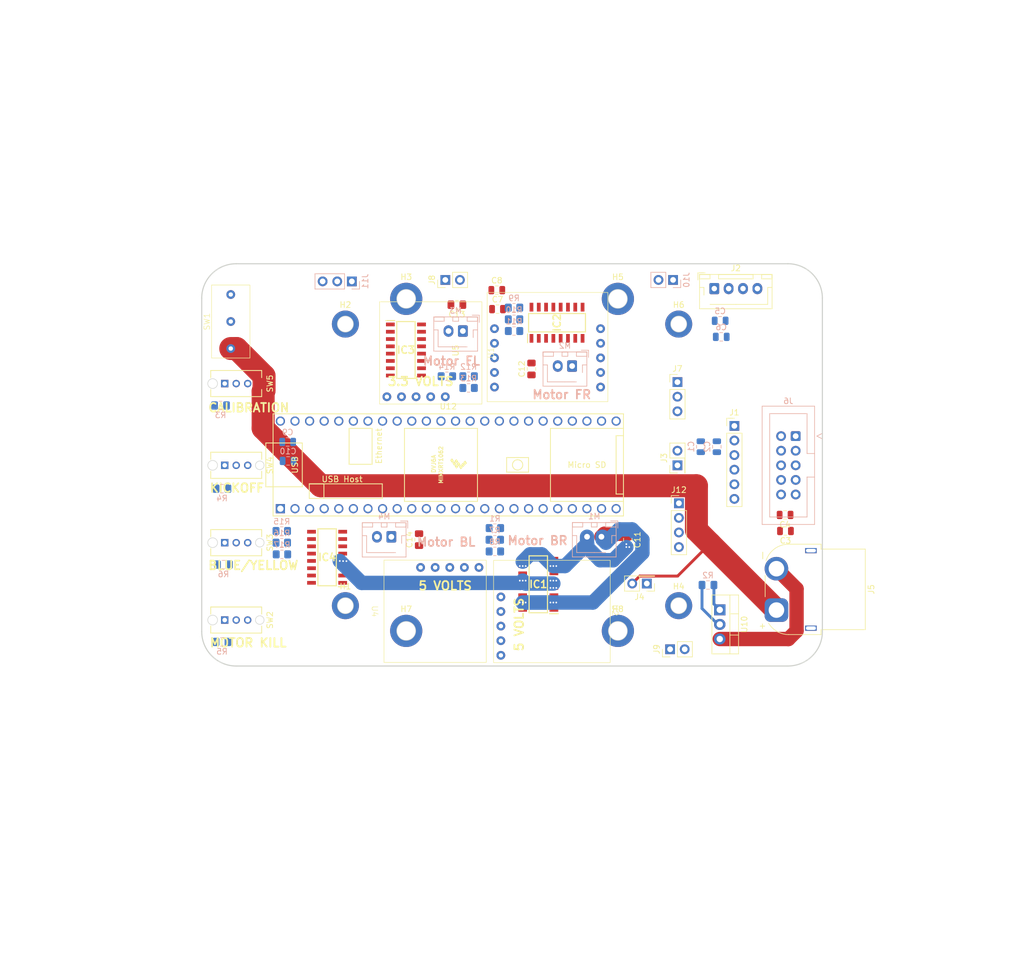
<source format=kicad_pcb>
(kicad_pcb (version 20240108) (generator "pcbnew") (generator_version "8.0")
  (layers (0 "F.Cu" signal) (1 "In1.Cu" signal) (2 "In2.Cu" signal) (31 "B.Cu" mixed) (34 "B.Paste" user) (35 "F.Paste" user) (36 "B.SilkS" user "B.Silkscreen") (37 "F.SilkS" user "F.Silkscreen") (38 "B.Mask" user) (39 "F.Mask" user) (44 "Edge.Cuts" user))
  (net 0 "")
  (net 1 "GND")
  (net 2 "5V")
  (net 3 "3.3V")
  (net 4 "RX7 -> TX")
  (net 6 "TX7 -> RX")
  (net 7 "STATE")
  (net 8 "TX2->RX")
  (net 9 "RX2->TX")
  (net 10 "12V")
  (net 11 "Net-(J5-Pin_2)")
  (net 12 "SCK1")
  (net 13 "MISO")
  (net 14 "CS1")
  (net 15 "CS2")
  (net 16 "MOSI")
  (net 17 "CS3")
  (net 18 "Kicker")
  (net 19 "ESC_PWM")
  (net 20 "LightGate")
  (net 21 "Net-(SW1A-B)")
  (net 22 "SLIDE2")
  (net 23 "SLIDE4")
  (net 24 "SLIDE1")
  (net 25 "SLIDE3")
  (net 30 "SCL2")
  (net 31 "SDA2")
  (net 32 "DIR1A")
  (net 33 "DIR1B")
  (net 34 "PWM1")
  (net 35 "DIR2B")
  (net 36 "PWM2")
  (net 37 "DIR2A")
  (net 38 "PWM3")
  (net 39 "DIR3B")
  (net 40 "DIR3A")
  (net 41 "DIR4B")
  (net 42 "PWM4")
  (net 43 "DIR4A")
  (net 44 "PWM5")
  (net 46 "ECHO")
  (net 48 "TRIG1")
  (net 50 "TRIG4")
  (net 53 "LEDPulse")
  (net 54 "TRIG3")
  (net 55 "TRIG2")
  (net 56 "Net-(IC1-OUT_A_1)")
  (net 57 "Net-(IC1-OUT_B_1)")
  (net 58 "Net-(IC2-OUT_B_1)")
  (net 59 "Net-(IC2-OUT_A_1)")
  (net 60 "Net-(IC3-OUT_A_1)")
  (net 61 "Net-(IC3-OUT_B_1)")
  (net 62 "Net-(IC4-OUT_A_1)")
  (net 63 "Net-(IC4-OUT_B_1)")
  (net 64 "Net-(IC1-PWM)")
  (net 65 "12v")
  (net 68 "Net-(IC1-IN_A)")
  (net 69 "Net-(IC1-IN_B)")
  (net 70 "Net-(IC2-IN_A)")
  (net 73 "Net-(IC2-IN_B)")
  (net 74 "Net-(IC2-PWM)")
  (net 76 "Net-(IC3-IN_A)")
  (net 77 "Net-(IC3-IN_B)")
  (net 79 "Net-(IC3-PWM)")
  (net 80 "Net-(IC4-PWM)")
  (net 81 "Net-(IC4-IN_B)")
  (net 82 "Net-(IC4-IN_A)")
  (footprint "SlideSW:SPDT_OS102011_CNK" (layer "F.Cu") (at 50 113.538 90)
    (property "Reference" "SW3")
    (property "Value" "SW_SPDT")
    (fp_circle (center 0 -2.100001) (end 0.8493 -2.100001) (stroke (width 0.1)) (fill none) (layer "Edge.Cuts"))
    (fp_circle (center 0 6.1) (end 0.7493 6.1) (stroke (width 0.1)) (fill none) (layer "Edge.Cuts"))
  )
  (footprint "MountingHole:MountingHole_2.7mm_M2.5_DIN965_Pad" (layer "F.Cu") (at 129 75.5)
    (property "Reference" "H6")
    (property "Value" "MountingHole")
  )
  (footprint "Capacitor_SMD:C_0805_2012Metric" (layer "F.Cu") (at 97.348 69.596)
    (property "Reference" "C8")
    (property "Value" "10uf")
  )
  (footprint "MountingHole:MountingHole_3.2mm_M3_DIN965_Pad" (layer "F.Cu") (at 118.416 71.113)
    (property "Reference" "H5")
    (property "Value" "MountingHole")
  )
  (footprint "MountingHole:MountingHole_3.2mm_M3_DIN965_Pad" (layer "F.Cu") (at 81.584 71.113)
    (property "Reference" "H3")
    (property "Value" "MountingHole")
  )
  (footprint "Custom:Pololu Regulator" (layer "F.Cu") (at 85.852 80.518 90)
    (property "Reference" "U1")
    (property "Value" "V_Regulator3.3v")
  )
  (footprint "Capacitor_SMD:C_0805_2012Metric" (layer "F.Cu") (at 147.574 111.506 180)
    (property "Reference" "C3")
    (property "Value" "10uf")
  )
  (footprint "SlideSW:SPDT_OS102011_CNK" (layer "F.Cu") (at 50 100.076 90)
    (property "Reference" "SW4")
    (property "Value" "SW_SPDT")
    (fp_circle (center 0 -2.100001) (end 0.8493 -2.100001) (stroke (width 0.1)) (fill none) (layer "Edge.Cuts"))
    (fp_circle (center 0 6.1) (end 0.7493 6.1) (stroke (width 0.1)) (fill none) (layer "Edge.Cuts"))
  )
  (footprint "Package_TO_SOT_THT:TO-220-3_Vertical" (layer "F.Cu") (at 136.144 125.222 -90)
    (property "Reference" "U10")
    (property "Value" "N channel")
  )
  (footprint "Connector_PinHeader_2.54mm:PinHeader_2x01_P2.54mm_Vertical" (layer "F.Cu") (at 123.449 120.65 180)
    (property "Reference" "J4")
    (property "Value" "Conn_01x02")
  )
  (footprint "SlideSW:SPDT_OS102011_CNK" (layer "F.Cu") (at 50 85.852 90)
    (property "Reference" "SW5")
    (property "Value" "SW_SPDT")
    (fp_circle (center 0 -2.100001) (end 0.8493 -2.100001) (stroke (width 0.1)) (fill none) (layer "Edge.Cuts"))
  )
  (footprint "MountingHole:MountingHole_3.2mm_M3_DIN965_Pad" (layer "F.Cu") (at 81.584 128.887)
    (property "Reference" "H7")
    (property "Value" "MountingHole")
  )
  (footprint "Connector_JST:JST_XH_B4B-XH-AM_1x04_P2.50mm_Vertical" (layer "F.Cu") (at 135.188 69.325)
    (property "Reference" "J2")
    (property "Value" "RaspberryPi")
  )
  (footprint "MountingHole:MountingHole_2.7mm_M2.5_DIN965_Pad" (layer "F.Cu") (at 129 124.5)
    (property "Reference" "H4")
    (property "Value" "MountingHole")
  )
  (footprint "MountingHole:MountingHole_3.2mm_M3_DIN965_Pad" (layer "F.Cu") (at 118.416 128.887)
    (property "Reference" "H8")
    (property "Value" "MountingHole")
  )
  (footprint "Capacitor_SMD:C_0805_2012Metric_Pad1.18x1.45mm_HandSolder" (layer "F.Cu") (at 83.82 113.0085 90)
    (property "Reference" "C14")
    (property "Value" "0.1uf")
  )
  (footprint "Connector_PinHeader_2.54mm:PinHeader_1x03_P2.54mm_Vertical" (layer "F.Cu") (at 128.778 85.598)
    (property "Reference" "J7")
    (property "Value" "Conn_01x03")
  )
  (footprint "MountingHole:MountingHole_2.7mm_M2.5_DIN965_Pad" (layer "F.Cu") (at 71 124.5)
    (property "Reference" "H1")
    (property "Value" "MountingHole")
  )
  (footprint "SlideSW:SPDT_OS102011_CNK" (layer "F.Cu") (at 50 127 90)
    (property "Reference" "SW2")
    (property "Value" "SW_SPDT")
    (fp_circle (center 0 -2.100001) (end 0.8493 -2.100001) (stroke (width 0.1)) (fill none) (layer "Edge.Cuts"))
    (fp_circle (center 0 6.1) (end 0.7493 6.1) (stroke (width 0.1)) (fill none) (layer "Edge.Cuts"))
  )
  (footprint "Connector_PinHeader_2.54mm:PinHeader_1x06_P2.54mm_Vertical" (layer "F.Cu") (at 138.684 93.218)
    (property "Reference" "J1")
    (property "Value" "Conn_01x06")
  )
  (footprint "Custom:Pololu5V3.4A" (layer "F.Cu") (at 96.774 116.586 -90)
    (property "Reference" "U2")
    (property "Value" "V_Regulator5v")
  )
  (footprint "Capacitor_SMD:C_0805_2012Metric_Pad1.18x1.45mm_HandSolder" (layer "F.Cu") (at 90.4025 72.136 180)
    (property "Reference" "C13")
    (property "Value" "0.1uf")
  )
  (footprint "ToggleSwitch:ANT11SECQE" (layer "F.Cu") (at 51.054 75.056 90)
    (property "Reference" "SW1")
    (property "Value" "SW_DPST_x2")
  )
  (footprint "Connector_AMASS:AMASS_XT60PW-F_1x02_P7.20mm_Horizontal" (layer "F.Cu") (at 146.004 125.266 -90)
    (property "Reference" "J5")
    (property "Value" "Screw_Terminal_01x02")
  )
  (footprint "VNH:SOIC127P600X175-16N" (layer "F.Cu") (at 81.534 80.01)
    (property "Reference" "IC3")
    (property "Value" "VNH7070ASTR" (hide yes))
  )
  (footprint "VNH:SOIC127P600X175-16N" (layer "F.Cu") (at 107.823 75.266 90)
    (property "Reference" "IC2")
    (property "Value" "VNH7070ASTR" (hide yes))
  )
  (footprint "MountingHole:MountingHole_2.7mm_M2.5_DIN965_Pad" (layer "F.Cu") (at 71 75.5)
    (property "Reference" "H2")
    (property "Value" "MountingHole")
  )
  (footprint "Capacitor_SMD:C_0805_2012Metric" (layer "F.Cu") (at 147.508 108.712 180)
    (property "Reference" "C4")
    (property "Value" ".1uf")
  )
  (footprint "VNH:SOIC127P600X175-16N" (layer "F.Cu") (at 104.566 120.777 180)
    (property "Reference" "IC1")
    (property "Value" "VNH7070ASTR" (hide yes))
  )
  (footprint "Connector_PinHeader_2.54mm:PinHeader_1x04_P2.54mm_Vertical" (layer "F.Cu") (at 129.032 106.68)
    (property "Reference" "J12")
    (property "Value" "Conn_01x04")
  )
  (footprint "Connector_PinHeader_2.54mm:PinHeader_2x01_P2.54mm_Vertical" (layer "F.Cu") (at 128.778 100.076 90)
    (property "Reference" "J3")
    (property "Value" "Conn_01x02")
  )
  (footprint "teensy:Teensy41" (layer "F.Cu") (at 88.9 100)
    (property "Reference" "U12")
    (property "Value" "Teensy4.1")
  )
  (footprint "Custom:Compass Sensor DFRobot" (layer "F.Cu") (at 106.172 79.502)
    (property "Reference" "U5")
    (property "Value" "Compass")
  )
  (footprint "Capacitor_SMD:C_0805_2012Metric" (layer "F.Cu") (at 97.47 72.898)
    (property "Reference" "C7")
    (property "Value" ".1uf")
  )
  (footprint "VNH:SOIC127P600X175-16N" (layer "F.Cu") (at 67.818 116.078 180)
    (property "Reference" "IC4")
    (property "Value" "VNH7070ASTR" (hide yes))
  )
  (footprint "Capacitor_SMD:C_0805_2012Metric_Pad1.18x1.45mm_HandSolder" (layer "F.Cu") (at 120.142 113.03 -90)
    (property "Reference" "C11")
    (property "Value" "0.1uf")
  )
  (footprint "Connector_PinHeader_2.54mm:PinHeader_1x02_P2.54mm_Vertical" (layer "F.Cu") (at 127.503 132.08 90)
    (property "Reference" "J9")
    (property "Value" "Conn_01x02")
  )
  (footprint "Connector_PinHeader_2.54mm:PinHeader_1x02_P2.54mm_Vertical" (layer "F.Cu") (at 88.387 67.818 90)
    (property "Reference" "J8")
    (property "Value" "Conn_01x02")
  )
  (footprint "Custom:Pololu Regulator" (layer "F.Cu") (at 86.614 125.476 -90)
    (property "Reference" "U4")
    (property "Value" "V_Regulator5v")
  )
  (footprint "Capacitor_SMD:C_0805_2012Metric_Pad1.18x1.45mm_HandSolder" (layer "F.Cu") (at 103.378 83.312 90)
    (property "Reference" "C12")
    (property "Value" "0.1uf")
  )
  (footprint "Connector_JST:JST_XH_B2B-XH-AM_1x02_P2.50mm_Vertical" (layer "B.Cu") (at 91.44 76.708 180)
    (property "Reference" "M3")
    (property "Value" "Motor_DC")
  )
  (footprint "Capacitor_SMD:C_0805_2012Metric_Pad1.18x1.45mm_HandSolder" (layer "B.Cu") (at 134.0905 120.904 180)
    (property "Reference" "R2")
    (property "Value" "10k")
  )
  (footprint "Resistor_SMD:R_0805_2012Metric_Pad1.20x1.40mm_HandSolder" (layer "B.Cu") (at 100.346 76.708 180)
    (property "Reference" "R11")
    (property "Value" "100")
  )
  (footprint "Capacitor_SMD:C_0805_2012Metric_Pad1.18x1.45mm_HandSolder" (layer "B.Cu") (at 49.276 89.662)
    (property "Reference" "R3")
    (property "Value" "10k")
  )
  (footprint "Resistor_SMD:R_0805_2012Metric_Pad1.20x1.40mm_HandSolder" (layer "B.Cu") (at 92.44 84.582 180)
    (property "Reference" "R12")
    (property "Value" "100")
  )
  (footprint "Resistor_SMD:R_0805_2012Metric_Pad1.20x1.40mm_HandSolder" (layer "B.Cu") (at 96.996 113.03 180)
    (property "Reference" "R7")
    (property "Value" "100")
  )
  (footprint "Resistor_SMD:R_0805_2012Metric_Pad1.20x1.40mm_HandSolder" (layer "B.Cu") (at 59.96 115.57 180)
    (property "Reference" "R17")
    (property "Value" "100")
  )
  (footprint "Capacitor_SMD:C_0805_2012Metric" (layer "B.Cu") (at 60.96 96.012 180)
    (property "Reference" "C9")
    (property "Value" ".1uf")
  )
  (footprint "Capacitor_SMD:C_0805_2012Metric" (layer "B.Cu") (at 136.398 77.724 180)
    (property "Reference" "C6")
    (property "Value" "10uf")
  )
  (footprint "Capacitor_SMD:C_0805_2012Metric_Pad1.18x1.45mm_HandSolder" (layer "B.Cu") (at 49.53 104.14)
    (property "Reference" "R4")
    (property "Value" "10k")
  )
  (footprint "Connector_JST:JST_XH_B2B-XH-AM_1x02_P2.50mm_Vertical" (layer "B.Cu") (at 78.994 112.522 180)
    (property "Reference" "M4")
    (property "Value" "Motor_DC")
  )
  (footprint "Resistor_SMD:R_0805_2012Metric_Pad1.20x1.40mm_HandSolder" (layer "B.Cu") (at 97.012 115.062 180)
    (property "Reference" "R8")
    (property "Value" "100")
  )
  (footprint "Connector_PinHeader_2.54mm:PinHeader_1x03_P2.54mm_Vertical" (layer "B.Cu") (at 72.121 68.072 90)
    (property "Reference" "J11")
    (property "Value" "Conn_01x03")
  )
  (footprint "Capacitor_SMD:C_0805_2012Metric" (layer "B.Cu") (at 132.842 96.84 -90)
    (property "Reference" "C1")
    (property "Value" "10uf")
  )
  (footprint "Resistor_SMD:R_0805_2012Metric_Pad1.20x1.40mm_HandSolder" (layer "B.Cu") (at 88.662 84.582 180)
    (property "Reference" "R14")
    (property "Value" "100")
  )
  (footprint "Resistor_SMD:R_0805_2012Metric_Pad1.20x1.40mm_HandSolder" (layer "B.Cu") (at 59.928 111.506 180)
    (property "Reference" "R15")
    (property "Value" "100")
  )
  (footprint "Capacitor_SMD:C_0805_2012Metric_Pad1.18x1.45mm_HandSolder" (layer "B.Cu") (at 49.784 117.348)
    (property "Reference" "R6")
    (property "Value" "10k")
  )
  (footprint "Connector_PinHeader_2.54mm:PinHeader_1x02_P2.54mm_Vertical" (layer "B.Cu") (at 128.021 67.818 90)
    (property "Reference" "J10")
    (property "Value" "Conn_01x02")
  )
  (footprint "Connector_JST:JST_XH_B2B-XH-AM_1x02_P2.50mm_Vertical" (layer "B.Cu") (at 110.45 82.804 180)
    (property "Reference" "M2")
    (property "Value" "Motor_DC")
  )
  (footprint "Resistor_SMD:R_0805_2012Metric_Pad1.20x1.40mm_HandSolder" (layer "B.Cu") (at 100.346 72.644 180)
    (property "Reference" "R9")
    (property "Value" "100")
  )
  (footprint "Capacitor_SMD:C_0805_2012Metric" (layer "B.Cu") (at 136.21 74.93 180)
    (property "Reference" "C5")
    (property "Value" ".1uf")
  )
  (footprint "Capacitor_SMD:C_0805_2012Metric_Pad1.18x1.45mm_HandSolder" (layer "B.Cu") (at 49.53 130.81)
    (property "Reference" "R5")
    (property "Value" "10k")
  )
  (footprint "Capacitor_SMD:C_0805_2012Metric" (layer "B.Cu") (at 135.636 96.84 -90)
    (property "Reference" "C2")
    (property "Value" ".1uf")
  )
  (footprint "Resistor_SMD:R_0805_2012Metric_Pad1.20x1.40mm_HandSolder" (layer "B.Cu") (at 100.346 74.676 180)
    (property "Reference" "R10")
    (property "Value" "100")
  )
  (footprint "Connector_JST:JST_XH_B2B-XH-AM_1x02_P2.50mm_Vertical" (layer "B.Cu") (at 115.55 112.505 180)
    (property "Reference" "M1")
    (property "Value" "Motor_DC")
  )
  (footprint "Capacitor_SMD:C_0805_2012Metric" (layer "B.Cu") (at 61.026 99.314 180)
    (property "Reference" "C10")
    (property "Value" "10uf")
  )
  (footprint "Resistor_SMD:R_0805_2012Metric_Pad1.20x1.40mm_HandSolder" (layer "B.Cu") (at 92.44 86.614 180)
    (property "Reference" "R13")
    (property "Value" "100")
  )
  (footprint "Resistor_SMD:R_0805_2012Metric_Pad1.20x1.40mm_HandSolder" (layer "B.Cu") (at 59.928 113.538 180)
    (property "Reference" "R16")
    (property "Value" "100")
  )
  (footprint "Connector_IDC:IDC-Header_2x05_P2.54mm_Vertical" (layer "B.Cu") (at 149.352 94.996 180)
    (property "Reference" "J6")
    (property "Value" "Conn_02x05_Odd_Even")
  )
  (footprint "Resistor_SMD:R_0805_2012Metric_Pad1.20x1.40mm_HandSolder" (layer "B.Cu") (at 97.012 110.998 180)
    (property "Reference" "R1")
    (property "Value" "100")
  )
  (gr_line (start 52 65) (end 148 65) (stroke (width 0.2)) (layer "Edge.Cuts"))
  (gr_circle (center 71 124.5) (end 72.35 124.5) (stroke (width 0.2)) (fill none) (layer "Edge.Cuts"))
  (gr_arc (start 154 129) (mid 152.242641 133.242641) (end 148 135) (stroke (width 0.2)) (layer "Edge.Cuts"))
  (gr_circle (center 118.416 71.113) (end 120.016 71.113) (stroke (width 0.2)) (fill none) (layer "Edge.Cuts"))
  (gr_circle (center 81.584 71.113) (end 83.184 71.113) (stroke (width 0.2)) (fill none) (layer "Edge.Cuts"))
  (gr_circle (center 129 75.5) (end 130.35 75.5) (stroke (width 0.2)) (fill none) (layer "Edge.Cuts"))
  (gr_arc (start 148 65) (mid 152.242641 66.757359) (end 154 71) (stroke (width 0.2)) (layer "Edge.Cuts"))
  (gr_arc (start 46 71) (mid 47.757359 66.757359) (end 52 65) (stroke (width 0.2)) (layer "Edge.Cuts"))
  (gr_circle (center 81.584 128.887) (end 83.184 128.887) (stroke (width 0.2)) (fill none) (layer "Edge.Cuts"))
  (gr_circle (center 118.416 128.887) (end 120.016 128.887) (stroke (width 0.2)) (fill none) (layer "Edge.Cuts"))
  (gr_line (start 154 71) (end 154 129) (stroke (width 0.2)) (layer "Edge.Cuts"))
  (gr_line (start 46 71) (end 46 129) (stroke (width 0.2)) (layer "Edge.Cuts"))
  (gr_circle (center 129 124.5) (end 130.35 124.5) (stroke (width 0.2)) (fill none) (layer "Edge.Cuts"))
  (gr_circle (center 71 75.5) (end 72.35 75.5) (stroke (width 0.2)) (fill none) (layer "Edge.Cuts"))
  (gr_line (start 52 135) (end 148 135) (stroke (width 0.2)) (layer "Edge.Cuts"))
  (gr_arc (start 52 135) (mid 47.757359 133.242641) (end 46 129) (stroke (width 0.2)) (layer "Edge.Cuts"))
  (gr_text "Motor FR" (at 103.378 88.646 0) (layer "B.SilkS") (effects (font (size 1.5 1.5) (thickness 0.3) (bold yes)) (justify left bottom)))
  (gr_text "Motor BR" (at 99.06 114.046 0) (layer "B.SilkS") (effects (font (size 1.5 1.5) (thickness 0.3) (bold yes)) (justify left bottom)))
  (gr_text "Motor BL" (at 83.312 114.3 0) (layer "B.SilkS") (effects (font (size 1.5 1.5) (thickness 0.3) (bold yes)) (justify left bottom)))
  (gr_text "Motor FL" (at 84.328 82.804 0) (layer "B.SilkS") (effects (font (size 1.5 1.5) (thickness 0.3) (bold yes)) (justify left bottom)))
  (gr_text "3.3 VOLTS" (at 78.232 86.36 0) (layer "F.SilkS") (effects (font (size 1.5 1.5) (thickness 0.3) (bold yes)) (justify left bottom)))
  (gr_text "CALIBRATION" (at 46.99 90.932 0) (layer "F.SilkS") (effects (font (size 1.5 1.5) (thickness 0.3) (bold yes)) (justify left bottom)))
  (gr_text "5 VOLTS" (at 102.108 132.588 90) (layer "F.SilkS") (effects (font (size 1.5 1.5) (thickness 0.3) (bold yes)) (justify left bottom)))
  (gr_text "KICKOFF" (at 47.244 104.902 0) (layer "F.SilkS") (effects (font (size 1.5 1.5) (thickness 0.3) (bold yes)) (justify left bottom)))
  (gr_text "MOTOR KILL" (at 47.244 131.826 0) (layer "F.SilkS") (effects (font (size 1.5 1.5) (thickness 0.3) (bold yes)) (justify left bottom)))
  (gr_text "5 VOLTS" (at 83.566 121.92 0) (layer "F.SilkS") (effects (font (size 1.5 1.5) (thickness 0.3) (bold yes)) (justify left bottom)))
  (gr_text "BLUE/YELLOW" (at 46.99 118.364 0) (layer "F.SilkS") (effects (font (size 1.5 1.5) (thickness 0.3) (bold yes)) (justify left bottom)))
  (segment (start 133.053 120.904) (end 133.053 124.9835) (width 0.5) (layer "B.Cu") (net 1))
  (segment (start 133.053 124.9835) (end 135.8315 127.762) (width 0.5) (layer "B.Cu") (net 1))
  (segment (start 135.8315 127.762) (end 136.144 127.762) (width 0.5) (layer "B.Cu") (net 1))
  (segment (start 120.909 120.65) (end 122.209 119.35) (width 0.5) (layer "F.Cu") (net 10))
  (segment (start 146.004 125.266) (end 134.448 113.71) (width 4) (layer "F.Cu") (net 10))
  (segment (start 56.847701 87.031556) (end 56.847701 84.533701) (width 4) (layer "F.Cu") (net 10))
  (segment (start 66.697359 103.63) (end 56.69 93.622641) (width 4) (layer "F.Cu") (net 10))
  (segment (start 122.209 119.35) (end 128.808 119.35) (width 0.5) (layer "F.Cu") (net 10))
  (segment (start 56.69 93.622641) (end 56.69 87.189257) (width 4) (layer "F.Cu") (net 10))
  (segment (start 132.082 103.63) (end 66.697359 103.63) (width 4) (layer "F.Cu") (net 10))
  (segment (start 128.808 119.35) (end 134.448 113.71) (width 0.5) (layer "F.Cu") (net 10))
  (segment (start 56.69 87.189257) (end 56.847701 87.031556) (width 4) (layer "F.Cu") (net 10))
  (segment (start 132.082 111.344) (end 132.082 103.63) (width 4) (layer "F.Cu") (net 10))
  (segment (start 52.07 79.756) (end 51.054 79.756) (width 4) (layer "F.Cu") (net 10))
  (segment (start 134.448 113.71) (end 132.082 111.344) (width 4) (layer "F.Cu") (net 10))
  (segment (start 56.847701 84.533701) (end 52.07 79.756) (width 4) (layer "F.Cu") (net 10))
  (segment (start 146.004 118.066) (end 149.504 121.566) (width 2.5) (layer "F.Cu") (net 11))
  (segment (start 149.504 128.88) (end 148.082 130.302) (width 2.5) (layer "F.Cu") (net 11))
  (segment (start 148.082 130.302) (end 136.144 130.302) (width 2.5) (layer "F.Cu") (net 11))
  (segment (start 149.504 121.566) (end 149.504 128.88) (width 2.5) (layer "F.Cu") (net 11))
  (segment (start 135.128 120.904) (end 135.128 124.206) (width 0.5) (layer "B.Cu") (net 21))
  (segment (start 135.128 124.206) (end 136.144 125.222) (width 0.5) (layer "B.Cu") (net 21))
  (segment (start 116.0625 111.9925) (end 115.55 112.505) (width 2.5) (layer "F.Cu") (net 56))
  (segment (start 120.142 111.9925) (end 116.0625 111.9925) (width 2.5) (layer "F.Cu") (net 56))
  (via (at 101.346 123.952) (size 0.6) (drill 0.3) (layers "F.Cu" "B.Cu") (net 56))
  (via (at 106.68 123.952) (size 0.6) (drill 0.3) (layers "F.Cu" "B.Cu") (net 56))
  (via (at 102.362 123.952) (size 0.6) (drill 0.3) (layers "F.Cu" "B.Cu") (net 56))
  (via (at 107.188 123.952) (size 0.6) (drill 0.3) (layers "F.Cu" "B.Cu") (net 56))
  (via (at 107.696 123.952) (size 0.6) (drill 0.3) (layers "F.Cu" "B.Cu") (net 56))
  (via (at 101.854 123.952) (size 0.6) (drill 0.3) (layers "F.Cu" "B.Cu") (net 56))
  (segment (start 116.332 113.538) (end 115.75 112.956) (width 2.5) (layer "B.Cu") (net 56))
  (segment (start 101.854 123.952) (end 114.054376 123.952) (width 2.5) (layer "B.Cu") (net 56))
  (segment (start 122.682 115.324376) (end 122.682 113.03) (width 2.5) (layer "B.Cu") (net 56))
  (segment (start 118.640689 111.229311) (end 116.332 113.538) (width 2.5) (layer "B.Cu") (net 56))
  (segment (start 114.054376 123.952) (end 122.682 115.324376) (width 2.5) (layer "B.Cu") (net 56))
  (segment (start 122.682 113.03) (end 120.881311 111.229311) (width 2.5) (layer "B.Cu") (net 56))
  (segment (start 120.881311 111.229311) (end 118.640689 111.229311) (width 2.5) (layer "B.Cu") (net 56))
  (segment (start 101.854 123.952) (end 106.68 123.952) (width 2.5) (layer "B.Cu") (net 56))
  (segment (start 115.75 112.956) (end 115.75 112.505) (width 2.5) (layer "B.Cu") (net 56))
  (via (at 107.696 117.602) (size 0.6) (drill 0.3) (layers "F.Cu" "B.Cu") (net 57))
  (via (at 120.396 114.3) (size 0.6) (drill 0.3) (layers "F.Cu" "B.Cu") (net 57))
  (via (at 106.68 117.602) (size 0.6) (drill 0.3) (layers "F.Cu" "B.Cu") (net 57))
  (via (at 101.854 117.602) (size 0.6) (drill 0.3) (layers "F.Cu" "B.Cu") (net 57))
  (via (at 119.888 114.3) (size 0.6) (drill 0.3) (layers "F.Cu" "B.Cu") (net 57))
  (via (at 102.362 117.602) (size 0.6) (drill 0.3) (layers "F.Cu" "B.Cu") (net 57))
  (via (at 119.888 113.792) (size 0.6) (drill 0.3) (layers "F.Cu" "B.Cu") (net 57))
  (via (at 101.346 117.602) (size 0.6) (drill 0.3) (layers "F.Cu" "B.Cu") (net 57))
  (via (at 107.188 117.602) (size 0.6) (drill 0.3) (layers "F.Cu" "B.Cu") (net 57))
  (segment (start 119.888 114.3) (end 117.602 116.586) (width 2.5) (layer "B.Cu") (net 57))
  (segment (start 105.156 115.57) (end 107.188 117.602) (width 2.5) (layer "B.Cu") (net 57))
  (segment (start 115.316 116.586) (end 113.05 114.32) (width 2.5) (layer "B.Cu") (net 57))
  (segment (start 101.854 116.84) (end 103.124 115.57) (width 2.5) (layer "B.Cu") (net 57))
  (segment (start 113.05 114.32) (end 113.05 113.76609) (width 2.5) (layer "B.Cu") (net 57))
  (segment (start 117.602 116.586) (end 115.316 116.586) (width 2.5) (layer "B.Cu") (net 57))
  (segment (start 103.124 115.57) (end 105.156 115.57) (width 2.5) (layer "B.Cu") (net 57))
  (segment (start 109.21409 117.602) (end 113.05 113.76609) (width 2.5) (layer "B.Cu") (net 57))
  (segment (start 107.188 117.602) (end 109.21409 117.602) (width 2.5) (layer "B.Cu") (net 57))
  (segment (start 113.05 113.76609) (end 113.05 112.505) (width 2.5) (layer "B.Cu") (net 57))
  (via (at 107.696 121.412) (size 0.6) (drill 0.3) (layers "F.Cu" "B.Cu") (net 65))
  (via (at 101.346 120.142) (size 0.6) (drill 0.3) (layers "F.Cu" "B.Cu") (net 65))
  (via (at 71.18 116.75) (size 0.6) (drill 0.3) (layers "F.Cu" "B.Cu") (net 65))
  (via (at 106.68 120.142) (size 0.6) (drill 0.3) (layers "F.Cu" "B.Cu") (net 65))
  (via (at 70.6 116.74) (size 0.6) (drill 0.3) (layers "F.Cu" "B.Cu") (net 65))
  (via (at 107.188 120.142) (size 0.6) (drill 0.3) (layers "F.Cu" "B.Cu") (net 65))
  (via (at 102.362 120.142) (size 0.6) (drill 0.3) (layers "F.Cu" "B.Cu") (net 65))
  (via (at 106.68 121.412) (size 0.6) (drill 0.3) (layers "F.Cu" "B.Cu") (net 65))
  (via (at 101.854 120.142) (size 0.6) (drill 0.3) (layers "F.Cu" "B.Cu") (net 65))
  (via (at 70.02 116.72) (size 0.6) (drill 0.3) (layers "F.Cu" "B.Cu") (net 65))
  (via (at 107.188 121.412) (size 0.6) (drill 0.3) (layers "F.Cu" "B.Cu") (net 65))
  (via (at 107.696 120.142) (size 0.6) (drill 0.3) (layers "F.Cu" "B.Cu") (net 65))
  (segment (start 102.362 120.65) (end 107.188 120.65) (width 2.5) (layer "B.Cu") (net 65))
  (segment (start 73.84 120.54) (end 101.456 120.54) (width 2.5) (layer "B.Cu") (net 65))
  (segment (start 70.02 116.72) (end 73.84 120.54) (width 2.5) (layer "B.Cu") (net 65))
  (segment (start 101.854 120.142) (end 102.362 120.65) (width 2.5) (layer "B.Cu") (net 65))
  (segment (start 101.456 120.54) (end 101.854 120.142) (width 2.5) (layer "B.Cu") (net 65))
)
</source>
